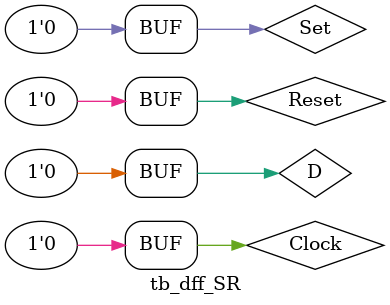
<source format=v>
`timescale 1ns / 1ps


module tb_dff_SR();
reg D;
reg Set;
reg Reset;
reg Clock;
wire Q;

dff_SR dff_SR_instant(
    .clk(Clock),
    .d(D),
    .set(Set),
    .reset(Reset),
    .q(Q));
    
initial
    begin
        D = 1'bx;
        Clock = 0;
    end
    
always
    begin
        Clock = 1'b1;
        #20;
        
        Clock = 1'b0;
        #20;
    end
    
 always
    begin
        #20 D = 1'b1; Set = 1'b1; Reset = 1'b0;
        #20 D = 1'b1; Set = 1'b0; Reset = 1'b1;
        #20 D = 1'b0; Set = 1'b0; Reset = 1'b0;
    end
endmodule

</source>
